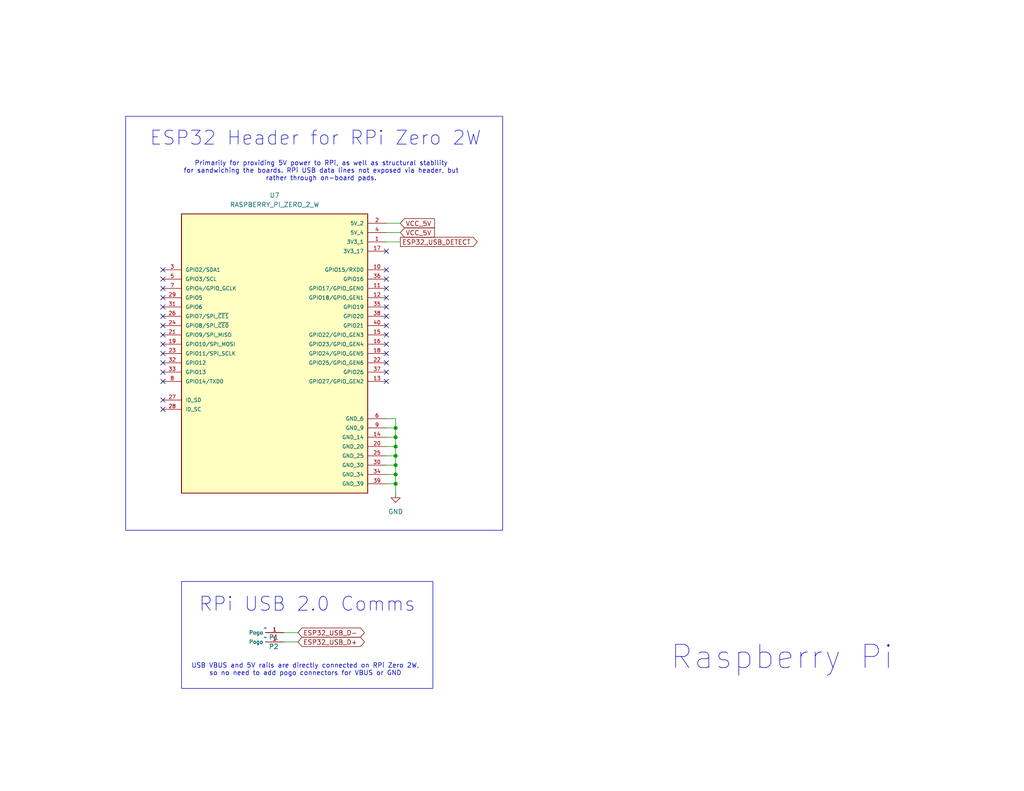
<source format=kicad_sch>
(kicad_sch (version 20231120) (generator "eeschema") (generator_version "8.0")
  (paper "USLetter")
  (title_block (title "CivicAlert") (rev "A") (company "Vanderbilt University"))
  (lib_symbols
    (symbol "CustomLibrary:Pogo_Pin"
      (property "Reference" "P" (at 0 0 0))
      (symbol "Pogo_Pin_1_0"
        (pin bidirectional line (at 2.54 1.27 180) (length 5.08) (name "Pogo") (number "1"))
      )
    )
    (symbol "RASPBERRY_PI_ZERO_2_W:RASPBERRY_PI_ZERO_2_W" (pin_names (offset 1.016))
      (property "Reference" "U" (at -25.42 39.3962 0))
      (property "Value" "RASPBERRY_PI_ZERO_2_W" (at -25.4191 -40.6687 0))
      (symbol "RASPBERRY_PI_ZERO_2_W_0_0"
        (rectangle (start -25.4 -38.1) (end 25.4 38.1) (stroke (width 0.254)) (fill (type background)))
        (pin bidirectional line (at 30.48 22.86 180) (length 5.08) (name "GPIO15/RXD0") (number "10"))
        (pin bidirectional line (at 30.48 17.78 180) (length 5.08) (name "GPIO17/GPIO_GEN0") (number "11"))
        (pin bidirectional line (at 30.48 15.24 180) (length 5.08) (name "GPIO18/GPIO_GEN1") (number "12"))
        (pin bidirectional line (at 30.48 -7.62 180) (length 5.08) (name "GPIO27/GPIO_GEN2") (number "13"))
        (pin power_in line (at 30.48 -22.86 180) (length 5.08) (name "GND_14") (number "14"))
        (pin bidirectional line (at 30.48 5.08 180) (length 5.08) (name "GPIO22/GPIO_GEN3") (number "15"))
        (pin bidirectional line (at 30.48 2.54 180) (length 5.08) (name "GPIO23/GPIO_GEN4") (number "16"))
        (pin bidirectional line (at 30.48 0 180) (length 5.08) (name "GPIO24/GPIO_GEN5") (number "18"))
        (pin bidirectional line (at -30.48 2.54 0) (length 5.08) (name "GPIO10/SPI_MOSI") (number "19"))
        (pin power_in line (at 30.48 35.56 180) (length 5.08) (name "5V_2") (number "2"))
        (pin power_in line (at 30.48 -25.4 180) (length 5.08) (name "GND_20") (number "20"))
        (pin bidirectional line (at -30.48 5.08 0) (length 5.08) (name "GPIO9/SPI_MISO") (number "21"))
        (pin bidirectional line (at 30.48 -2.54 180) (length 5.08) (name "GPIO25/GPIO_GEN6") (number "22"))
        (pin bidirectional line (at -30.48 0 0) (length 5.08) (name "GPIO11/SPI_SCLK") (number "23"))
        (pin bidirectional line (at -30.48 7.62 0) (length 5.08) (name "GPIO8/SPI_~{CE0}") (number "24"))
        (pin power_in line (at 30.48 -27.94 180) (length 5.08) (name "GND_25") (number "25"))
        (pin bidirectional line (at -30.48 10.16 0) (length 5.08) (name "GPIO7/SPI_~{CE1}") (number "26"))
        (pin bidirectional line (at -30.48 -12.7 0) (length 5.08) (name "ID_SD") (number "27"))
        (pin bidirectional line (at -30.48 -15.24 0) (length 5.08) (name "ID_SC") (number "28"))
        (pin bidirectional line (at -30.48 15.24 0) (length 5.08) (name "GPIO5") (number "29"))
        (pin bidirectional line (at -30.48 22.86 0) (length 5.08) (name "GPIO2/SDA1") (number "3"))
        (pin power_in line (at 30.48 -30.48 180) (length 5.08) (name "GND_30") (number "30"))
        (pin bidirectional line (at -30.48 12.7 0) (length 5.08) (name "GPIO6") (number "31"))
        (pin bidirectional line (at -30.48 -2.54 0) (length 5.08) (name "GPIO12") (number "32"))
        (pin bidirectional line (at -30.48 -5.08 0) (length 5.08) (name "GPIO13") (number "33"))
        (pin power_in line (at 30.48 -33.02 180) (length 5.08) (name "GND_34") (number "34"))
        (pin bidirectional line (at 30.48 12.7 180) (length 5.08) (name "GPIO19") (number "35"))
        (pin bidirectional line (at 30.48 20.32 180) (length 5.08) (name "GPIO16") (number "36"))
        (pin bidirectional line (at 30.48 -5.08 180) (length 5.08) (name "GPIO26") (number "37"))
        (pin bidirectional line (at 30.48 10.16 180) (length 5.08) (name "GPIO20") (number "38"))
        (pin power_in line (at 30.48 -35.56 180) (length 5.08) (name "GND_39") (number "39"))
        (pin power_in line (at 30.48 33.02 180) (length 5.08) (name "5V_4") (number "4"))
        (pin bidirectional line (at 30.48 7.62 180) (length 5.08) (name "GPIO21") (number "40"))
        (pin bidirectional line (at -30.48 20.32 0) (length 5.08) (name "GPIO3/SCL") (number "5"))
        (pin power_in line (at 30.48 -17.78 180) (length 5.08) (name "GND_6") (number "6"))
        (pin bidirectional line (at -30.48 17.78 0) (length 5.08) (name "GPIO4/GPIO_GCLK") (number "7"))
        (pin bidirectional line (at -30.48 -7.62 0) (length 5.08) (name "GPIO14/TXD0") (number "8"))
        (pin power_in line (at 30.48 -20.32 180) (length 5.08) (name "GND_9") (number "9"))
      )
      (symbol "RASPBERRY_PI_ZERO_2_W_1_0"
        (pin passive line (at 30.48 30.48 180) (length 5.08) (name "3V3_1") (number "1"))
        (pin passive line (at 30.48 27.94 180) (length 5.08) (name "3V3_17") (number "17"))
      )
    )
    (symbol "power:GND" (power) (pin_numbers hide) (pin_names (offset 0) hide)
      (property "Value" "GND" (at 0 -3.81 0))
      (symbol "GND_0_1"
        (polyline (pts (xy 0 0) (xy 0 -1.27) (xy 1.27 -1.27) (xy 0 -2.54) (xy -1.27 -1.27) (xy 0 -1.27)))
      )
      (symbol "GND_1_1"
        (pin power_in line (at 0 0 270) (length 0) (name "~") (number "1"))
      )
    )
  )
  (junction (at 107.95 124.46))
  (junction (at 107.95 127))
  (junction (at 107.95 132.08))
  (junction (at 107.95 119.38))
  (junction (at 107.95 121.92))
  (junction (at 107.95 116.84))
  (junction (at 107.95 129.54))
  (no_connect (at 44.45 76.2))
  (no_connect (at 105.41 68.58))
  (no_connect (at 105.41 73.66))
  (no_connect (at 44.45 86.36))
  (no_connect (at 44.45 73.66))
  (no_connect (at 44.45 104.14))
  (no_connect (at 105.41 83.82))
  (no_connect (at 105.41 76.2))
  (no_connect (at 44.45 93.98))
  (no_connect (at 44.45 88.9))
  (no_connect (at 105.41 101.6))
  (no_connect (at 44.45 91.44))
  (no_connect (at 44.45 101.6))
  (no_connect (at 105.41 104.14))
  (no_connect (at 105.41 86.36))
  (no_connect (at 44.45 99.06))
  (no_connect (at 44.45 78.74))
  (no_connect (at 105.41 81.28))
  (no_connect (at 44.45 83.82))
  (no_connect (at 44.45 111.76))
  (no_connect (at 105.41 88.9))
  (no_connect (at 44.45 109.22))
  (no_connect (at 44.45 81.28))
  (no_connect (at 105.41 99.06))
  (no_connect (at 105.41 96.52))
  (no_connect (at 105.41 93.98))
  (no_connect (at 105.41 78.74))
  (no_connect (at 105.41 91.44))
  (no_connect (at 44.45 96.52))
  (wire (pts (xy 77.47 175.26) (xy 81.28 175.26)))
  (wire (pts (xy 105.41 60.96) (xy 109.22 60.96)))
  (wire (pts (xy 105.41 127) (xy 107.95 127)))
  (wire (pts (xy 105.41 124.46) (xy 107.95 124.46)))
  (wire (pts (xy 105.41 63.5) (xy 109.22 63.5)))
  (wire (pts (xy 107.95 114.3) (xy 107.95 116.84)))
  (wire (pts (xy 107.95 124.46) (xy 107.95 121.92)))
  (wire (pts (xy 107.95 129.54) (xy 107.95 127)))
  (wire (pts (xy 77.47 172.72) (xy 81.28 172.72)))
  (wire (pts (xy 107.95 121.92) (xy 107.95 119.38)))
  (wire (pts (xy 107.95 127) (xy 107.95 124.46)))
  (wire (pts (xy 105.41 129.54) (xy 107.95 129.54)))
  (wire (pts (xy 105.41 121.92) (xy 107.95 121.92)))
  (wire (pts (xy 105.41 132.08) (xy 107.95 132.08)))
  (wire (pts (xy 107.95 132.08) (xy 107.95 129.54)))
  (wire (pts (xy 107.95 116.84) (xy 105.41 116.84)))
  (wire (pts (xy 105.41 119.38) (xy 107.95 119.38)))
  (wire (pts (xy 107.95 119.38) (xy 107.95 116.84)))
  (wire (pts (xy 105.41 66.04) (xy 109.22 66.04)))
  (wire (pts (xy 107.95 132.08) (xy 107.95 134.62)))
  (wire (pts (xy 105.41 114.3) (xy 107.95 114.3)))
  (rectangle (start 34.29 31.75) (end 137.16 144.78))
  (rectangle (start 49.53 158.75) (end 118.11 187.96))
  (text "Primarily for providing 5V power to RPi, as well as structural stability\nfor sandwiching the boards. RPi USB data lines not exposed via header, but\nrather through on-board pads." (at 87.63 46.736 0) (effects (font (size 1.27 1.27))))
  (text "RPi USB 2.0 Comms" (at 83.82 165.1 0) (effects (font (size 3.81 3.81))))
  (text "USB VBUS and 5V rails are directly connected on RPi Zero 2W,\nso no need to add pogo connectors for VBUS or GND" (at 83.312 182.88 0) (effects (font (size 1.27 1.27))))
  (text "Raspberry Pi" (at 213.36 179.578 0) (effects (font (size 6.35 6.35))))
  (text "ESP32 Header for RPi Zero 2W" (at 86.106 37.846 0) (effects (font (size 3.81 3.81))))
  (global_label "ESP32_USB_D-" (shape bidirectional) (at 81.28 172.72 0) (property "Intersheetrefs" "${INTERSHEET_REFS}" (effects (hide yes))))
  (global_label "VCC_5V" (shape input) (at 109.22 60.96 0) (property "Intersheetrefs" "${INTERSHEET_REFS}" (effects (hide yes))))
  (global_label "ESP32_USB_D+" (shape bidirectional) (at 81.28 175.26 0) (property "Intersheetrefs" "${INTERSHEET_REFS}" (effects (hide yes))))
  (global_label "VCC_5V" (shape input) (at 109.22 63.5 0) (property "Intersheetrefs" "${INTERSHEET_REFS}" (effects (hide yes))))
  (global_label "ESP32_USB_DETECT" (shape output) (at 109.22 66.04 0) (property "Intersheetrefs" "${INTERSHEET_REFS}" (effects (hide yes))))
  (symbol (lib_id "CustomLibrary:Pogo_Pin") (at 74.93 173.99 0) (unit 1)
    (property "Reference" "P1" (at 74.676 173.99 0))
    (property "Value" "~" (at 72.39 171.45 0))
  )
  (symbol (lib_id "CustomLibrary:Pogo_Pin") (at 74.93 176.53 0) (unit 1)
    (property "Reference" "P2" (at 74.676 176.53 0))
    (property "Value" "~" (at 72.39 173.99 0))
  )
  (symbol (lib_id "power:GND") (at 107.95 134.62 0) (unit 1)
    (property "Reference" "#PWR06" (effects (hide yes)))
    (property "Value" "GND" (at 107.95 139.7 0))
    (property "Description" "Power symbol creates a global label with name \"GND\" , ground" (effects (hide yes)))
  )
  (symbol (lib_id "RASPBERRY_PI_ZERO_2_W:RASPBERRY_PI_ZERO_2_W") (at 74.93 96.52 0) (unit 1)
    (property "Reference" "U7" (at 74.93 53.34 0))
    (property "Value" "RASPBERRY_PI_ZERO_2_W" (at 74.93 55.88 0))
    (property "Footprint" "RASPBERRY_PI_ZERO_2_W:MODULE_RASPBERRY_PI_ZERO_2_W" (effects (hide yes)))
    (property "MF" "Raspberry Pi" (effects (hide yes)))
    (property "Description_1" "\n                        \n                            At the heart of Raspberry Pi Zero 2 W is RP3A0, a custom-built system-in-package designed by Raspberry Pi in the UK.\n                        \n" (effects (hide yes)))
    (property "Package" "None" (effects (hide yes)))
    (property "Price" "None" (effects (hide yes)))
    (property "Check_prices" "https://www.snapeda.com/parts/RASPBERRY%20PI%20ZERO%202%20W/Raspberry+Pi/view-part/?ref=eda" (effects (hide yes)))
    (property "STANDARD" "Manufacturer Recommendations" (effects (hide yes)))
    (property "PARTREV" "April 2024" (effects (hide yes)))
    (property "SnapEDA_Link" "https://www.snapeda.com/parts/RASPBERRY%20PI%20ZERO%202%20W/Raspberry+Pi/view-part/?ref=snap" (effects (hide yes)))
    (property "MP" "RASPBERRY PI ZERO 2 W" (effects (hide yes)))
    (property "Availability" "In Stock" (effects (hide yes)))
    (property "MANUFACTURER" "Raspberry Pi" (effects (hide yes)))
  )
)
</source>
